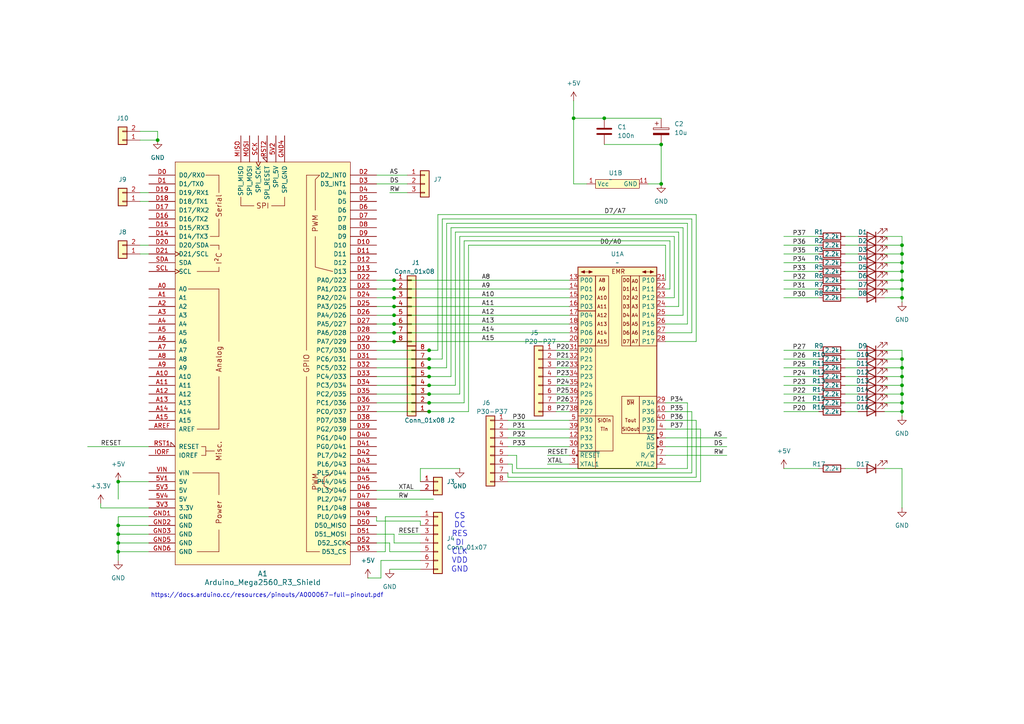
<source format=kicad_sch>
(kicad_sch (version 20231120) (generator "eeschema") (generator_version "8.0")
  (paper "A4")
  (junction (at 114.3 88.9))
  (junction (at 261.62 71.12))
  (junction (at 175.26 34.29))
  (junction (at 191.77 41.91))
  (junction (at 166.37 34.29))
  (junction (at 261.62 83.82))
  (junction (at 34.29 152.4))
  (junction (at 114.3 81.28))
  (junction (at 261.62 111.76))
  (junction (at 124.46 114.3))
  (junction (at 34.29 160.02))
  (junction (at 114.3 93.98))
  (junction (at 191.77 53.34))
  (junction (at 34.29 157.48))
  (junction (at 114.3 83.82))
  (junction (at 124.46 101.6))
  (junction (at 124.46 104.14))
  (junction (at 261.62 109.22))
  (junction (at 114.3 86.36))
  (junction (at 124.46 119.38))
  (junction (at 34.29 139.7))
  (junction (at 124.46 109.22))
  (junction (at 261.62 106.68))
  (junction (at 34.29 154.94))
  (junction (at 261.62 81.28))
  (junction (at 261.62 119.38))
  (junction (at 114.3 96.52))
  (junction (at 114.3 91.44))
  (junction (at 124.46 111.76))
  (junction (at 261.62 78.74))
  (junction (at 45.72 40.64))
  (junction (at 114.3 99.06))
  (junction (at 261.62 76.2))
  (junction (at 261.62 104.14))
  (junction (at 261.62 114.3))
  (junction (at 261.62 73.66))
  (junction (at 124.46 106.68))
  (junction (at 261.62 86.36))
  (junction (at 124.46 116.84))
  (junction (at 261.62 116.84))
  (wire (pts (xy 129.54 64.77) (xy 199.39 64.77)))
  (wire (pts (xy 200.66 96.52) (xy 200.66 63.5)))
  (wire (pts (xy 128.27 63.5) (xy 128.27 104.14)))
  (wire (pts (xy 227.33 111.76) (xy 237.49 111.76)))
  (wire (pts (xy 114.3 93.98) (xy 165.1 93.98)))
  (wire (pts (xy 40.64 38.1) (xy 45.72 38.1)))
  (wire (pts (xy 227.33 86.36) (xy 237.49 86.36)))
  (wire (pts (xy 194.31 83.82) (xy 193.04 83.82)))
  (wire (pts (xy 193.04 121.92) (xy 201.93 121.92)))
  (wire (pts (xy 148.59 134.62) (xy 148.59 137.16)))
  (wire (pts (xy 261.62 114.3) (xy 261.62 116.84)))
  (wire (pts (xy 109.22 96.52) (xy 114.3 96.52)))
  (wire (pts (xy 198.12 66.04) (xy 198.12 91.44)))
  (wire (pts (xy 166.37 34.29) (xy 166.37 53.34)))
  (wire (pts (xy 135.89 71.12) (xy 135.89 119.38)))
  (wire (pts (xy 114.3 86.36) (xy 165.1 86.36)))
  (wire (pts (xy 261.62 78.74) (xy 261.62 81.28)))
  (wire (pts (xy 200.66 63.5) (xy 128.27 63.5)))
  (wire (pts (xy 195.58 68.58) (xy 133.35 68.58)))
  (wire (pts (xy 227.33 135.89) (xy 237.49 135.89)))
  (wire (pts (xy 166.37 29.21) (xy 166.37 34.29)))
  (wire (pts (xy 127 62.23) (xy 201.93 62.23)))
  (wire (pts (xy 227.33 76.2) (xy 237.49 76.2)))
  (wire (pts (xy 227.33 116.84) (xy 237.49 116.84)))
  (wire (pts (xy 158.75 134.62) (xy 165.1 134.62)))
  (wire (pts (xy 245.11 119.38) (xy 248.92 119.38)))
  (wire (pts (xy 161.29 101.6) (xy 165.1 101.6)))
  (wire (pts (xy 201.93 138.43) (xy 147.32 138.43)))
  (wire (pts (xy 124.46 119.38) (xy 109.22 119.38)))
  (wire (pts (xy 34.29 160.02) (xy 43.18 160.02)))
  (wire (pts (xy 245.11 68.58) (xy 248.92 68.58)))
  (wire (pts (xy 129.54 106.68) (xy 129.54 64.77)))
  (wire (pts (xy 256.54 83.82) (xy 261.62 83.82)))
  (wire (pts (xy 245.11 76.2) (xy 248.92 76.2)))
  (wire (pts (xy 175.26 34.29) (xy 191.77 34.29)))
  (wire (pts (xy 43.18 154.94) (xy 34.29 154.94)))
  (wire (pts (xy 256.54 106.68) (xy 261.62 106.68)))
  (wire (pts (xy 200.66 119.38) (xy 193.04 119.38)))
  (wire (pts (xy 193.04 132.08) (xy 210.82 132.08)))
  (wire (pts (xy 201.93 121.92) (xy 201.93 138.43)))
  (wire (pts (xy 256.54 109.22) (xy 261.62 109.22)))
  (wire (pts (xy 124.46 111.76) (xy 132.08 111.76)))
  (wire (pts (xy 199.39 116.84) (xy 199.39 135.89)))
  (wire (pts (xy 161.29 111.76) (xy 165.1 111.76)))
  (wire (pts (xy 261.62 109.22) (xy 261.62 111.76)))
  (wire (pts (xy 245.11 73.66) (xy 248.92 73.66)))
  (wire (pts (xy 193.04 81.28) (xy 193.04 71.12)))
  (wire (pts (xy 161.29 119.38) (xy 165.1 119.38)))
  (wire (pts (xy 111.76 160.02) (xy 111.76 149.86)))
  (wire (pts (xy 227.33 109.22) (xy 237.49 109.22)))
  (wire (pts (xy 147.32 127) (xy 165.1 127)))
  (wire (pts (xy 114.3 81.28) (xy 165.1 81.28)))
  (wire (pts (xy 124.46 101.6) (xy 127 101.6)))
  (wire (pts (xy 121.92 157.48) (xy 114.3 157.48)))
  (wire (pts (xy 203.2 139.7) (xy 147.32 139.7)))
  (wire (pts (xy 109.22 116.84) (xy 124.46 116.84)))
  (wire (pts (xy 132.08 111.76) (xy 132.08 67.31)))
  (wire (pts (xy 261.62 73.66) (xy 261.62 76.2)))
  (wire (pts (xy 113.03 55.88) (xy 118.11 55.88)))
  (wire (pts (xy 34.29 162.56) (xy 34.29 160.02)))
  (wire (pts (xy 256.54 119.38) (xy 261.62 119.38)))
  (wire (pts (xy 106.68 167.64) (xy 110.49 167.64)))
  (wire (pts (xy 193.04 124.46) (xy 203.2 124.46)))
  (wire (pts (xy 109.22 144.78) (xy 125.73 144.78)))
  (wire (pts (xy 199.39 64.77) (xy 199.39 93.98)))
  (wire (pts (xy 109.22 53.34) (xy 118.11 53.34)))
  (wire (pts (xy 227.33 83.82) (xy 237.49 83.82)))
  (wire (pts (xy 40.64 40.64) (xy 45.72 40.64)))
  (wire (pts (xy 261.62 120.65) (xy 261.62 119.38)))
  (wire (pts (xy 130.81 109.22) (xy 130.81 66.04)))
  (wire (pts (xy 34.29 154.94) (xy 34.29 157.48)))
  (wire (pts (xy 124.46 109.22) (xy 130.81 109.22)))
  (wire (pts (xy 256.54 81.28) (xy 261.62 81.28)))
  (wire (pts (xy 113.03 160.02) (xy 121.92 160.02)))
  (wire (pts (xy 149.86 135.89) (xy 149.86 132.08)))
  (wire (pts (xy 147.32 138.43) (xy 147.32 137.16)))
  (wire (pts (xy 193.04 71.12) (xy 135.89 71.12)))
  (wire (pts (xy 261.62 135.89) (xy 256.54 135.89)))
  (wire (pts (xy 227.33 104.14) (xy 237.49 104.14)))
  (wire (pts (xy 121.92 165.1) (xy 113.03 165.1)))
  (wire (pts (xy 40.64 71.12) (xy 43.18 71.12)))
  (wire (pts (xy 245.11 83.82) (xy 248.92 83.82)))
  (wire (pts (xy 256.54 86.36) (xy 261.62 86.36)))
  (wire (pts (xy 161.29 114.3) (xy 165.1 114.3)))
  (wire (pts (xy 43.18 157.48) (xy 34.29 157.48)))
  (wire (pts (xy 245.11 78.74) (xy 248.92 78.74)))
  (wire (pts (xy 227.33 101.6) (xy 237.49 101.6)))
  (wire (pts (xy 109.22 93.98) (xy 114.3 93.98)))
  (wire (pts (xy 256.54 104.14) (xy 261.62 104.14)))
  (wire (pts (xy 114.3 83.82) (xy 165.1 83.82)))
  (wire (pts (xy 134.62 69.85) (xy 194.31 69.85)))
  (wire (pts (xy 261.62 111.76) (xy 261.62 114.3)))
  (wire (pts (xy 110.49 162.56) (xy 121.92 162.56)))
  (wire (pts (xy 34.29 157.48) (xy 34.29 160.02)))
  (wire (pts (xy 245.11 114.3) (xy 248.92 114.3)))
  (wire (pts (xy 161.29 109.22) (xy 165.1 109.22)))
  (wire (pts (xy 198.12 91.44) (xy 193.04 91.44)))
  (wire (pts (xy 121.92 151.13) (xy 121.92 152.4)))
  (wire (pts (xy 109.22 111.76) (xy 124.46 111.76)))
  (wire (pts (xy 245.11 111.76) (xy 248.92 111.76)))
  (wire (pts (xy 34.29 139.7) (xy 34.29 144.78)))
  (wire (pts (xy 227.33 119.38) (xy 237.49 119.38)))
  (wire (pts (xy 261.62 81.28) (xy 261.62 83.82)))
  (wire (pts (xy 109.22 104.14) (xy 124.46 104.14)))
  (wire (pts (xy 193.04 116.84) (xy 199.39 116.84)))
  (wire (pts (xy 261.62 106.68) (xy 261.62 109.22)))
  (wire (pts (xy 227.33 71.12) (xy 237.49 71.12)))
  (wire (pts (xy 109.22 151.13) (xy 121.92 151.13)))
  (wire (pts (xy 34.29 152.4) (xy 34.29 154.94)))
  (wire (pts (xy 161.29 106.68) (xy 165.1 106.68)))
  (wire (pts (xy 124.46 114.3) (xy 109.22 114.3)))
  (wire (pts (xy 29.21 147.32) (xy 29.21 146.05)))
  (wire (pts (xy 166.37 53.34) (xy 170.18 53.34)))
  (wire (pts (xy 109.22 157.48) (xy 113.03 157.48)))
  (wire (pts (xy 261.62 147.32) (xy 261.62 135.89)))
  (wire (pts (xy 115.57 154.94) (xy 121.92 154.94)))
  (wire (pts (xy 201.93 99.06) (xy 193.04 99.06)))
  (wire (pts (xy 261.62 104.14) (xy 261.62 106.68)))
  (wire (pts (xy 114.3 91.44) (xy 165.1 91.44)))
  (wire (pts (xy 161.29 116.84) (xy 165.1 116.84)))
  (wire (pts (xy 200.66 137.16) (xy 200.66 119.38)))
  (wire (pts (xy 148.59 137.16) (xy 200.66 137.16)))
  (wire (pts (xy 109.22 88.9) (xy 114.3 88.9)))
  (wire (pts (xy 124.46 106.68) (xy 129.54 106.68)))
  (wire (pts (xy 109.22 101.6) (xy 124.46 101.6)))
  (wire (pts (xy 227.33 81.28) (xy 237.49 81.28)))
  (wire (pts (xy 245.11 135.89) (xy 248.92 135.89)))
  (wire (pts (xy 114.3 88.9) (xy 165.1 88.9)))
  (wire (pts (xy 196.85 67.31) (xy 196.85 88.9)))
  (wire (pts (xy 132.08 67.31) (xy 196.85 67.31)))
  (wire (pts (xy 196.85 88.9) (xy 193.04 88.9)))
  (wire (pts (xy 256.54 71.12) (xy 261.62 71.12)))
  (wire (pts (xy 193.04 129.54) (xy 210.82 129.54)))
  (wire (pts (xy 256.54 76.2) (xy 261.62 76.2)))
  (wire (pts (xy 256.54 116.84) (xy 261.62 116.84)))
  (wire (pts (xy 109.22 81.28) (xy 114.3 81.28)))
  (wire (pts (xy 193.04 86.36) (xy 195.58 86.36)))
  (wire (pts (xy 227.33 78.74) (xy 237.49 78.74)))
  (wire (pts (xy 109.22 86.36) (xy 114.3 86.36)))
  (wire (pts (xy 199.39 135.89) (xy 149.86 135.89)))
  (wire (pts (xy 124.46 116.84) (xy 134.62 116.84)))
  (wire (pts (xy 161.29 104.14) (xy 165.1 104.14)))
  (wire (pts (xy 158.75 132.08) (xy 165.1 132.08)))
  (wire (pts (xy 109.22 142.24) (xy 121.92 142.24)))
  (wire (pts (xy 193.04 96.52) (xy 200.66 96.52)))
  (wire (pts (xy 261.62 116.84) (xy 261.62 119.38)))
  (wire (pts (xy 109.22 91.44) (xy 114.3 91.44)))
  (wire (pts (xy 43.18 149.86) (xy 34.29 149.86)))
  (wire (pts (xy 199.39 93.98) (xy 193.04 93.98)))
  (wire (pts (xy 261.62 71.12) (xy 261.62 73.66)))
  (wire (pts (xy 133.35 135.89) (xy 121.92 135.89)))
  (wire (pts (xy 175.26 41.91) (xy 191.77 41.91)))
  (wire (pts (xy 114.3 157.48) (xy 114.3 154.94)))
  (wire (pts (xy 109.22 50.8) (xy 118.11 50.8)))
  (wire (pts (xy 227.33 73.66) (xy 237.49 73.66)))
  (wire (pts (xy 114.3 154.94) (xy 109.22 154.94)))
  (wire (pts (xy 227.33 106.68) (xy 237.49 106.68)))
  (wire (pts (xy 133.35 114.3) (xy 124.46 114.3)))
  (wire (pts (xy 109.22 99.06) (xy 114.3 99.06)))
  (wire (pts (xy 45.72 38.1) (xy 45.72 40.64)))
  (wire (pts (xy 245.11 106.68) (xy 248.92 106.68)))
  (wire (pts (xy 245.11 116.84) (xy 248.92 116.84)))
  (wire (pts (xy 147.32 121.92) (xy 165.1 121.92)))
  (wire (pts (xy 147.32 134.62) (xy 148.59 134.62)))
  (wire (pts (xy 261.62 68.58) (xy 261.62 71.12)))
  (wire (pts (xy 130.81 66.04) (xy 198.12 66.04)))
  (wire (pts (xy 245.11 101.6) (xy 248.92 101.6)))
  (wire (pts (xy 149.86 132.08) (xy 147.32 132.08)))
  (wire (pts (xy 256.54 114.3) (xy 261.62 114.3)))
  (wire (pts (xy 113.03 157.48) (xy 113.03 160.02)))
  (wire (pts (xy 245.11 81.28) (xy 248.92 81.28)))
  (wire (pts (xy 187.96 53.34) (xy 191.77 53.34)))
  (wire (pts (xy 34.29 139.7) (xy 43.18 139.7)))
  (wire (pts (xy 109.22 109.22) (xy 124.46 109.22)))
  (wire (pts (xy 256.54 73.66) (xy 261.62 73.66)))
  (wire (pts (xy 40.64 55.88) (xy 43.18 55.88)))
  (wire (pts (xy 111.76 149.86) (xy 121.92 149.86)))
  (wire (pts (xy 109.22 83.82) (xy 114.3 83.82)))
  (wire (pts (xy 166.37 34.29) (xy 175.26 34.29)))
  (wire (pts (xy 40.64 58.42) (xy 43.18 58.42)))
  (wire (pts (xy 25.4 129.54) (xy 43.18 129.54)))
  (wire (pts (xy 261.62 76.2) (xy 261.62 78.74)))
  (wire (pts (xy 127 101.6) (xy 127 62.23)))
  (wire (pts (xy 135.89 119.38) (xy 124.46 119.38)))
  (wire (pts (xy 245.11 109.22) (xy 248.92 109.22)))
  (wire (pts (xy 43.18 152.4) (xy 34.29 152.4)))
  (wire (pts (xy 203.2 124.46) (xy 203.2 139.7)))
  (wire (pts (xy 245.11 104.14) (xy 248.92 104.14)))
  (wire (pts (xy 134.62 116.84) (xy 134.62 69.85)))
  (wire (pts (xy 133.35 68.58) (xy 133.35 114.3)))
  (wire (pts (xy 124.46 104.14) (xy 128.27 104.14)))
  (wire (pts (xy 245.11 71.12) (xy 248.92 71.12)))
  (wire (pts (xy 34.29 149.86) (xy 34.29 152.4)))
  (wire (pts (xy 195.58 86.36) (xy 195.58 68.58)))
  (wire (pts (xy 261.62 83.82) (xy 261.62 86.36)))
  (wire (pts (xy 109.22 149.86) (xy 109.22 151.13)))
  (wire (pts (xy 147.32 124.46) (xy 165.1 124.46)))
  (wire (pts (xy 261.62 101.6) (xy 261.62 104.14)))
  (wire (pts (xy 256.54 101.6) (xy 261.62 101.6)))
  (wire (pts (xy 193.04 127) (xy 210.82 127)))
  (wire (pts (xy 256.54 78.74) (xy 261.62 78.74)))
  (wire (pts (xy 261.62 87.63) (xy 261.62 86.36)))
  (wire (pts (xy 194.31 69.85) (xy 194.31 83.82)))
  (wire (pts (xy 227.33 114.3) (xy 237.49 114.3)))
  (wire (pts (xy 147.32 129.54) (xy 165.1 129.54)))
  (wire (pts (xy 43.18 147.32) (xy 29.21 147.32)))
  (wire (pts (xy 110.49 167.64) (xy 110.49 162.56)))
  (wire (pts (xy 191.77 41.91) (xy 191.77 53.34)))
  (wire (pts (xy 109.22 160.02) (xy 111.76 160.02)))
  (wire (pts (xy 256.54 68.58) (xy 261.62 68.58)))
  (wire (pts (xy 201.93 62.23) (xy 201.93 99.06)))
  (wire (pts (xy 109.22 106.68) (xy 124.46 106.68)))
  (wire (pts (xy 40.64 73.66) (xy 43.18 73.66)))
  (wire (pts (xy 114.3 99.06) (xy 165.1 99.06)))
  (wire (pts (xy 245.11 86.36) (xy 248.92 86.36)))
  (wire (pts (xy 114.3 96.52) (xy 165.1 96.52)))
  (wire (pts (xy 227.33 68.58) (xy 237.49 68.58)))
  (wire (pts (xy 121.92 135.89) (xy 121.92 139.7)))
  (wire (pts (xy 256.54 111.76) (xy 261.62 111.76)))
  (text "https://docs.arduino.cc/resources/pinouts/A000067-full-pinout.pdf" (at 77.47 172.72 0) (effects (font (size 1.27 1.27))))
  (text "CS\nDC\nRES\nDI\nCLK\nVDD\nGND" (at 133.35 157.48 0) (effects (font (size 1.6 1.6))))
  (label "A13" (at 139.7 93.98 0))
  (label "P30" (at 229.87 86.36 0))
  (label "A8" (at 139.7 81.28 0))
  (label "P33" (at 229.87 78.74 0))
  (label "DS" (at 113.03 53.34 0))
  (label "RW" (at 113.03 55.88 0))
  (label "A10" (at 139.7 86.36 0))
  (label "P23" (at 161.29 109.22 0))
  (label "P34" (at 229.87 76.2 0))
  (label "P21" (at 229.87 116.84 0))
  (label "P31" (at 229.87 83.82 0))
  (label "RESET" (at 158.75 132.08 0))
  (label "P36" (at 229.87 71.12 0))
  (label "P32" (at 148.59 127 0))
  (label "P25" (at 161.29 114.3 0))
  (label "P37" (at 229.87 68.58 0))
  (label "RESET" (at 29.21 129.54 0))
  (label "P26" (at 229.87 104.14 0))
  (label "RW" (at 207.01 132.08 0))
  (label "P20" (at 161.29 101.6 0))
  (label "P25" (at 229.87 106.68 0))
  (label "P27" (at 161.29 119.38 0))
  (label "P32" (at 229.87 81.28 0))
  (label "P36" (at 194.31 121.92 0))
  (label "P30" (at 148.59 121.92 0))
  (label "P22" (at 161.29 106.68 0))
  (label "P20" (at 229.87 119.38 0))
  (label "P35" (at 194.31 119.38 0))
  (label "XTAL" (at 115.57 142.24 0))
  (label "D0{slash}A0" (at 173.99 71.12 0))
  (label "A11" (at 139.7 88.9 0))
  (label "P24" (at 161.29 111.76 0))
  (label "A14" (at 139.7 96.52 0))
  (label "P37" (at 194.31 124.46 0))
  (label "P31" (at 148.59 124.46 0))
  (label "P21" (at 161.29 104.14 0))
  (label "P35" (at 229.87 73.66 0))
  (label "XTAL" (at 158.75 134.62 0))
  (label "P26" (at 161.29 116.84 0))
  (label "P27" (at 229.87 101.6 0))
  (label "DS" (at 207.01 129.54 0))
  (label "P33" (at 148.59 129.54 0))
  (label "P22" (at 229.87 114.3 0))
  (label "AS" (at 113.03 50.8 0))
  (label "AS" (at 207.01 127 0))
  (label "A12" (at 139.7 91.44 0))
  (label "P23" (at 229.87 111.76 0))
  (label "A15" (at 139.7 99.06 0))
  (label "D7{slash}A7" (at 175.26 62.23 0))
  (label "P24" (at 229.87 109.22 0))
  (label "RW" (at 115.57 144.78 0))
  (label "P34" (at 194.31 116.84 0))
  (label "RESET" (at 115.57 154.94 0))
  (label "A9" (at 139.7 83.82 0))
  (symbol (lib_id "Connector_Generic:Conn_01x03") (at 123.19 53.34 0) (unit 1)
    (property "Reference" "J7" (at 125.73 52.0699 0) (effects (justify left)))
    (property "Value" "Conn_01x03" (effects (hide yes)))
    (property "Footprint" "Connector_PinHeader_2.54mm:PinHeader_1x03_P2.54mm_Vertical" (effects (hide yes)))
    (property "Description" "Generic connector, single row, 01x03, script generated (kicad-library-utils/schlib/autogen/connector/)" (effects (hide yes)))
  )
  (symbol (lib_id "Device:LED") (at 252.73 135.89 180) (unit 1)
    (property "Reference" "D17" (at 250.19 134.62 0))
    (property "Value" "LED" (effects (hide yes)))
    (property "Footprint" "LED_SMD:LED_0603_1608Metric_Pad1.05x0.95mm_HandSolder" (effects (hide yes)))
    (property "Description" "Light emitting diode" (effects (hide yes)))
  )
  (symbol (lib_id "Connector_Generic:Conn_01x02") (at 35.56 73.66 180) (unit 1)
    (property "Reference" "J8" (at 35.56 67.31 0))
    (property "Value" "Conn_01x02" (effects (hide yes)))
    (property "Footprint" "Connector_PinSocket_2.54mm:PinSocket_1x02_P2.54mm_Vertical" (effects (hide yes)))
    (property "Description" "Generic connector, single row, 01x02, script generated (kicad-library-utils/schlib/autogen/connector/)" (effects (hide yes)))
  )
  (symbol (lib_id "Device:R") (at 241.3 109.22 90) (unit 1)
    (property "Reference" "R12" (at 237.49 107.95 90))
    (property "Value" "2.2k" (at 241.3 109.22 90))
    (property "Footprint" "Resistor_SMD:R_0603_1608Metric_Pad0.98x0.95mm_HandSolder" (effects (hide yes)))
    (property "Description" "Resistor" (effects (hide yes)))
  )
  (symbol (lib_id "Connector_Generic:Conn_01x07") (at 127 157.48 0) (unit 1)
    (property "Reference" "J4" (at 129.54 156.2099 0) (effects (justify left)))
    (property "Value" "Conn_01x07" (at 129.54 158.7499 0) (effects (justify left)))
    (property "Footprint" "Connector_PinHeader_2.54mm:PinHeader_1x07_P2.54mm_Vertical" (effects (hide yes)))
    (property "Description" "Generic connector, single row, 01x07, script generated (kicad-library-utils/schlib/autogen/connector/)" (effects (hide yes)))
  )
  (symbol (lib_id "RetroCompJUTEr:UB8830") (at 179.07 106.68 0) (unit 1)
    (property "Reference" "U1" (at 179.07 73.66 0))
    (property "Value" "~" (at 179.07 76.2 0))
    (property "Footprint" "Package_DIP:DIP-40_W15.24mm" (effects (hide yes)))
  )
  (symbol (lib_id "Device:LED") (at 252.73 83.82 180) (unit 1)
    (property "Reference" "D7" (at 250.19 82.55 0))
    (property "Value" "LED" (effects (hide yes)))
    (property "Footprint" "LED_SMD:LED_0603_1608Metric_Pad1.05x0.95mm_HandSolder" (effects (hide yes)))
    (property "Description" "Light emitting diode" (effects (hide yes)))
  )
  (symbol (lib_id "Device:R") (at 241.3 76.2 90) (unit 1)
    (property "Reference" "R4" (at 237.49 74.93 90))
    (property "Value" "2.2k" (at 241.3 76.2 90))
    (property "Footprint" "Resistor_SMD:R_0603_1608Metric_Pad0.98x0.95mm_HandSolder" (effects (hide yes)))
    (property "Description" "Resistor" (effects (hide yes)))
  )
  (symbol (lib_id "Device:C_Polarized") (at 191.77 38.1 0) (unit 1)
    (property "Reference" "C2" (at 195.58 35.9409 0) (effects (justify left)))
    (property "Value" "10u" (at 195.58 38.4809 0) (effects (justify left)))
    (property "Footprint" "Capacitor_Tantalum_SMD:CP_EIA-2012-15_AVX-P_Pad1.30x1.05mm_HandSolder" (effects (hide yes)))
    (property "Description" "Polarized capacitor" (effects (hide yes)))
  )
  (symbol (lib_id "power:+5V") (at 106.68 167.64 0) (unit 1)
    (property "Reference" "#PWR08" (effects (hide yes)))
    (property "Value" "+5V" (at 106.68 162.56 0))
    (property "Description" "Power symbol creates a global label with name \"+5V\"" (effects (hide yes)))
  )
  (symbol (lib_id "power:+5V") (at 34.29 139.7 0) (unit 1)
    (property "Reference" "#PWR04" (effects (hide yes)))
    (property "Value" "+5V" (at 34.29 134.62 0))
    (property "Description" "Power symbol creates a global label with name \"+5V\"" (effects (hide yes)))
  )
  (symbol (lib_id "Device:LED") (at 252.73 114.3 180) (unit 1)
    (property "Reference" "D14" (at 250.19 113.03 0))
    (property "Value" "LED" (effects (hide yes)))
    (property "Footprint" "LED_SMD:LED_0603_1608Metric_Pad1.05x0.95mm_HandSolder" (effects (hide yes)))
    (property "Description" "Light emitting diode" (effects (hide yes)))
  )
  (symbol (lib_id "Device:R") (at 241.3 135.89 90) (unit 1)
    (property "Reference" "R17" (at 237.49 134.62 90))
    (property "Value" "2.2k" (at 241.3 135.89 90))
    (property "Footprint" "Resistor_SMD:R_0603_1608Metric_Pad0.98x0.95mm_HandSolder" (effects (hide yes)))
    (property "Description" "Resistor" (effects (hide yes)))
  )
  (symbol (lib_id "Device:R") (at 241.3 104.14 90) (unit 1)
    (property "Reference" "R10" (at 237.49 102.87 90))
    (property "Value" "2.2k" (at 241.3 104.14 90))
    (property "Footprint" "Resistor_SMD:R_0603_1608Metric_Pad0.98x0.95mm_HandSolder" (effects (hide yes)))
    (property "Description" "Resistor" (effects (hide yes)))
  )
  (symbol (lib_id "Device:LED") (at 252.73 106.68 180) (unit 1)
    (property "Reference" "D11" (at 250.19 105.41 0))
    (property "Value" "LED" (effects (hide yes)))
    (property "Footprint" "LED_SMD:LED_0603_1608Metric_Pad1.05x0.95mm_HandSolder" (effects (hide yes)))
    (property "Description" "Light emitting diode" (effects (hide yes)))
  )
  (symbol (lib_id "power:GND") (at 133.35 135.89 0) (unit 1)
    (property "Reference" "#PWR010" (effects (hide yes)))
    (property "Value" "GND" (at 133.35 140.97 0))
    (property "Description" "Power symbol creates a global label with name \"GND\" , ground" (effects (hide yes)))
  )
  (symbol (lib_id "Device:LED") (at 252.73 109.22 180) (unit 1)
    (property "Reference" "D12" (at 250.19 107.95 0))
    (property "Value" "LED" (effects (hide yes)))
    (property "Footprint" "LED_SMD:LED_0603_1608Metric_Pad1.05x0.95mm_HandSolder" (effects (hide yes)))
    (property "Description" "Light emitting diode" (effects (hide yes)))
  )
  (symbol (lib_id "PCM_arduino-library:Arduino_Mega2560_R3_Shield") (at 76.2 105.41 0) (unit 1)
    (property "Reference" "A1" (at 76.2 166.37 0) (effects (font (size 1.524 1.524))))
    (property "Value" "Arduino_Mega2560_R3_Shield" (at 76.2 168.91 0) (effects (font (size 1.524 1.524))))
    (property "Footprint" "PCM_arduino-library:Arduino_Mega2560_R3_Shield" (effects (hide yes)))
    (property "Datasheet" "https://docs.arduino.cc/hardware/mega-2560" (effects (hide yes)))
    (property "Description" "Shield for Arduino Mega 2560 R3" (effects (hide yes)))
  )
  (symbol (lib_id "power:GND") (at 261.62 87.63 0) (unit 1)
    (property "Reference" "#PWR01" (effects (hide yes)))
    (property "Value" "GND" (at 261.62 92.71 0))
    (property "Description" "Power symbol creates a global label with name \"GND\" , ground" (effects (hide yes)))
  )
  (symbol (lib_id "Device:LED") (at 252.73 86.36 180) (unit 1)
    (property "Reference" "D8" (at 250.19 85.09 0))
    (property "Value" "LED" (effects (hide yes)))
    (property "Footprint" "LED_SMD:LED_0603_1608Metric_Pad1.05x0.95mm_HandSolder" (effects (hide yes)))
    (property "Description" "Light emitting diode" (effects (hide yes)))
  )
  (symbol (lib_id "Connector_Generic:Conn_01x02") (at 35.56 58.42 180) (unit 1)
    (property "Reference" "J9" (at 35.56 52.07 0))
    (property "Value" "Conn_01x02" (effects (hide yes)))
    (property "Footprint" "Connector_PinSocket_2.54mm:PinSocket_1x02_P2.54mm_Vertical" (effects (hide yes)))
    (property "Description" "Generic connector, single row, 01x02, script generated (kicad-library-utils/schlib/autogen/connector/)" (effects (hide yes)))
  )
  (symbol (lib_id "Device:LED") (at 252.73 81.28 180) (unit 1)
    (property "Reference" "D6" (at 250.19 80.01 0))
    (property "Value" "LED" (effects (hide yes)))
    (property "Footprint" "LED_SMD:LED_0603_1608Metric_Pad1.05x0.95mm_HandSolder" (effects (hide yes)))
    (property "Description" "Light emitting diode" (effects (hide yes)))
  )
  (symbol (lib_name "UB8830_1") (lib_id "RetroCompJUTEr:UB8830") (at 173.99 50.8 0) (unit 2)
    (property "Reference" "U1" (at 176.53 50.1649 0) (effects (justify left)))
    (property "Value" "~" (at 176.53 52.07 0) (effects (justify left)))
    (property "Footprint" "Package_DIP:DIP-40_W15.24mm" (effects (hide yes)))
  )
  (symbol (lib_id "Connector_Generic:Conn_01x08") (at 156.21 109.22 0) (mirror y) (unit 1)
    (property "Reference" "J5" (at 156.21 96.52 0) (effects (justify left)))
    (property "Value" "P20-P27" (at 161.29 99.06 0) (effects (justify left)))
    (property "Footprint" "Connector_PinHeader_2.54mm:PinHeader_1x08_P2.54mm_Vertical" (effects (hide yes)))
    (property "Description" "Generic connector, single row, 01x08, script generated (kicad-library-utils/schlib/autogen/connector/)" (effects (hide yes)))
  )
  (symbol (lib_id "power:GND") (at 34.29 162.56 0) (unit 1)
    (property "Reference" "#PWR05" (effects (hide yes)))
    (property "Value" "GND" (at 34.29 167.64 0))
    (property "Description" "Power symbol creates a global label with name \"GND\" , ground" (effects (hide yes)))
  )
  (symbol (lib_id "Connector_Generic:Conn_01x08") (at 142.24 129.54 0) (mirror y) (unit 1)
    (property "Reference" "J6" (at 142.24 116.84 0) (effects (justify left)))
    (property "Value" "P30-P37" (at 147.32 119.38 0) (effects (justify left)))
    (property "Footprint" "Connector_PinHeader_2.54mm:PinHeader_1x08_P2.54mm_Vertical" (effects (hide yes)))
    (property "Description" "Generic connector, single row, 01x08, script generated (kicad-library-utils/schlib/autogen/connector/)" (effects (hide yes)))
  )
  (symbol (lib_id "Device:LED") (at 252.73 78.74 180) (unit 1)
    (property "Reference" "D5" (at 250.19 77.47 0))
    (property "Value" "LED" (effects (hide yes)))
    (property "Footprint" "LED_SMD:LED_0603_1608Metric_Pad1.05x0.95mm_HandSolder" (effects (hide yes)))
    (property "Description" "Light emitting diode" (effects (hide yes)))
  )
  (symbol (lib_id "power:GND") (at 261.62 120.65 0) (unit 1)
    (property "Reference" "#PWR09" (effects (hide yes)))
    (property "Value" "GND" (at 261.62 125.73 0))
    (property "Description" "Power symbol creates a global label with name \"GND\" , ground" (effects (hide yes)))
  )
  (symbol (lib_id "Device:LED") (at 252.73 68.58 180) (unit 1)
    (property "Reference" "D1" (at 250.19 67.31 0))
    (property "Value" "LED" (effects (hide yes)))
    (property "Footprint" "LED_SMD:LED_0603_1608Metric_Pad1.05x0.95mm_HandSolder" (effects (hide yes)))
    (property "Description" "Light emitting diode" (effects (hide yes)))
  )
  (symbol (lib_id "Device:R") (at 241.3 73.66 90) (unit 1)
    (property "Reference" "R3" (at 237.49 72.39 90))
    (property "Value" "2.2k" (at 241.3 73.66 90))
    (property "Footprint" "Resistor_SMD:R_0603_1608Metric_Pad0.98x0.95mm_HandSolder" (effects (hide yes)))
    (property "Description" "Resistor" (effects (hide yes)))
  )
  (symbol (lib_id "Device:R") (at 241.3 101.6 90) (unit 1)
    (property "Reference" "R9" (at 237.49 100.33 90))
    (property "Value" "2.2k" (at 241.3 101.6 90))
    (property "Footprint" "Resistor_SMD:R_0603_1608Metric_Pad0.98x0.95mm_HandSolder" (effects (hide yes)))
    (property "Description" "Resistor" (effects (hide yes)))
  )
  (symbol (lib_id "Device:R") (at 241.3 116.84 90) (unit 1)
    (property "Reference" "R15" (at 237.49 115.57 90))
    (property "Value" "2.2k" (at 241.3 116.84 90))
    (property "Footprint" "Resistor_SMD:R_0603_1608Metric_Pad0.98x0.95mm_HandSolder" (effects (hide yes)))
    (property "Description" "Resistor" (effects (hide yes)))
  )
  (symbol (lib_id "Device:R") (at 241.3 71.12 90) (unit 1)
    (property "Reference" "R2" (at 237.49 69.85 90))
    (property "Value" "2.2k" (at 241.3 71.12 90))
    (property "Footprint" "Resistor_SMD:R_0603_1608Metric_Pad0.98x0.95mm_HandSolder" (effects (hide yes)))
    (property "Description" "Resistor" (effects (hide yes)))
  )
  (symbol (lib_id "Connector_Generic:Conn_01x02") (at 35.56 40.64 180) (unit 1)
    (property "Reference" "J10" (at 35.56 34.29 0))
    (property "Value" "Conn_01x02" (effects (hide yes)))
    (property "Footprint" "Connector_PinSocket_2.54mm:PinSocket_1x02_P2.54mm_Vertical" (effects (hide yes)))
    (property "Description" "Generic connector, single row, 01x02, script generated (kicad-library-utils/schlib/autogen/connector/)" (effects (hide yes)))
  )
  (symbol (lib_id "Device:R") (at 241.3 68.58 90) (unit 1)
    (property "Reference" "R1" (at 237.49 67.31 90))
    (property "Value" "2.2k" (at 241.3 68.58 90))
    (property "Footprint" "Resistor_SMD:R_0603_1608Metric_Pad0.98x0.95mm_HandSolder" (effects (hide yes)))
    (property "Description" "Resistor" (effects (hide yes)))
  )
  (symbol (lib_id "Device:R") (at 241.3 119.38 90) (unit 1)
    (property "Reference" "R16" (at 237.49 118.11 90))
    (property "Value" "2.2k" (at 241.3 119.38 90))
    (property "Footprint" "Resistor_SMD:R_0603_1608Metric_Pad0.98x0.95mm_HandSolder" (effects (hide yes)))
    (property "Description" "Resistor" (effects (hide yes)))
  )
  (symbol (lib_id "power:GND") (at 261.62 147.32 0) (unit 1)
    (property "Reference" "#PWR012" (effects (hide yes)))
    (property "Value" "GND" (at 261.62 152.4 0))
    (property "Description" "Power symbol creates a global label with name \"GND\" , ground" (effects (hide yes)))
  )
  (symbol (lib_id "Device:LED") (at 252.73 73.66 180) (unit 1)
    (property "Reference" "D3" (at 250.19 72.39 0))
    (property "Value" "LED" (effects (hide yes)))
    (property "Footprint" "LED_SMD:LED_0603_1608Metric_Pad1.05x0.95mm_HandSolder" (effects (hide yes)))
    (property "Description" "Light emitting diode" (effects (hide yes)))
  )
  (symbol (lib_id "Device:R") (at 241.3 86.36 90) (unit 1)
    (property "Reference" "R8" (at 237.49 85.09 90))
    (property "Value" "2.2k" (at 241.3 86.36 90))
    (property "Footprint" "Resistor_SMD:R_0603_1608Metric_Pad0.98x0.95mm_HandSolder" (effects (hide yes)))
    (property "Description" "Resistor" (effects (hide yes)))
  )
  (symbol (lib_id "Device:LED") (at 252.73 116.84 180) (unit 1)
    (property "Reference" "D15" (at 250.19 115.57 0))
    (property "Value" "LED" (effects (hide yes)))
    (property "Footprint" "LED_SMD:LED_0603_1608Metric_Pad1.05x0.95mm_HandSolder" (effects (hide yes)))
    (property "Description" "Light emitting diode" (effects (hide yes)))
  )
  (symbol (lib_id "Device:LED") (at 252.73 119.38 180) (unit 1)
    (property "Reference" "D16" (at 250.19 118.11 0))
    (property "Value" "LED" (effects (hide yes)))
    (property "Footprint" "LED_SMD:LED_0603_1608Metric_Pad1.05x0.95mm_HandSolder" (effects (hide yes)))
    (property "Description" "Light emitting diode" (effects (hide yes)))
  )
  (symbol (lib_id "Device:LED") (at 252.73 111.76 180) (unit 1)
    (property "Reference" "D13" (at 250.19 110.49 0))
    (property "Value" "LED" (effects (hide yes)))
    (property "Footprint" "LED_SMD:LED_0603_1608Metric_Pad1.05x0.95mm_HandSolder" (effects (hide yes)))
    (property "Description" "Light emitting diode" (effects (hide yes)))
  )
  (symbol (lib_id "Device:R") (at 241.3 83.82 90) (unit 1)
    (property "Reference" "R7" (at 237.49 82.55 90))
    (property "Value" "2.2k" (at 241.3 83.82 90))
    (property "Footprint" "Resistor_SMD:R_0603_1608Metric_Pad0.98x0.95mm_HandSolder" (effects (hide yes)))
    (property "Description" "Resistor" (effects (hide yes)))
  )
  (symbol (lib_id "power:+5V") (at 166.37 29.21 0) (unit 1)
    (property "Reference" "#PWR03" (effects (hide yes)))
    (property "Value" "+5V" (at 166.37 24.13 0))
    (property "Description" "Power symbol creates a global label with name \"+5V\"" (effects (hide yes)))
  )
  (symbol (lib_id "Device:LED") (at 252.73 71.12 180) (unit 1)
    (property "Reference" "D2" (at 250.19 69.85 0))
    (property "Value" "LED" (effects (hide yes)))
    (property "Footprint" "LED_SMD:LED_0603_1608Metric_Pad1.05x0.95mm_HandSolder" (effects (hide yes)))
    (property "Description" "Light emitting diode" (effects (hide yes)))
  )
  (symbol (lib_id "Device:LED") (at 252.73 101.6 180) (unit 1)
    (property "Reference" "D9" (at 250.19 100.33 0))
    (property "Value" "LED" (effects (hide yes)))
    (property "Footprint" "LED_SMD:LED_0603_1608Metric_Pad1.05x0.95mm_HandSolder" (effects (hide yes)))
    (property "Description" "Light emitting diode" (effects (hide yes)))
  )
  (symbol (lib_id "Connector_Generic:Conn_01x02") (at 127 139.7 0) (unit 1)
    (property "Reference" "J3" (at 129.54 139.6999 0) (effects (justify left)))
    (property "Value" "Conn_01x02" (effects (hide yes)))
    (property "Footprint" "Connector_PinSocket_2.54mm:PinSocket_1x02_P2.54mm_Vertical" (effects (hide yes)))
    (property "Description" "Generic connector, single row, 01x02, script generated (kicad-library-utils/schlib/autogen/connector/)" (effects (hide yes)))
  )
  (symbol (lib_id "Device:LED") (at 252.73 104.14 180) (unit 1)
    (property "Reference" "D10" (at 250.19 102.87 0))
    (property "Value" "LED" (effects (hide yes)))
    (property "Footprint" "LED_SMD:LED_0603_1608Metric_Pad1.05x0.95mm_HandSolder" (effects (hide yes)))
    (property "Description" "Light emitting diode" (effects (hide yes)))
  )
  (symbol (lib_id "Device:LED") (at 252.73 76.2 180) (unit 1)
    (property "Reference" "D4" (at 250.19 74.93 0))
    (property "Value" "LED" (effects (hide yes)))
    (property "Footprint" "LED_SMD:LED_0603_1608Metric_Pad1.05x0.95mm_HandSolder" (effects (hide yes)))
    (property "Description" "Light emitting diode" (effects (hide yes)))
  )
  (symbol (lib_id "Connector_Generic:Conn_01x08") (at 119.38 88.9 0) (unit 1)
    (property "Reference" "J1" (at 119.38 76.2 0) (effects (justify left)))
    (property "Value" "Conn_01x08" (at 114.3 78.74 0) (effects (justify left)))
    (property "Footprint" "Connector_PinHeader_2.54mm:PinHeader_1x08_P2.54mm_Vertical" (effects (hide yes)))
    (property "Description" "Generic connector, single row, 01x08, script generated (kicad-library-utils/schlib/autogen/connector/)" (effects (hide yes)))
  )
  (symbol (lib_id "Device:R") (at 241.3 78.74 90) (unit 1)
    (property "Reference" "R5" (at 237.49 77.47 90))
    (property "Value" "2.2k" (at 241.3 78.74 90))
    (property "Footprint" "Resistor_SMD:R_0603_1608Metric_Pad0.98x0.95mm_HandSolder" (effects (hide yes)))
    (property "Description" "Resistor" (effects (hide yes)))
  )
  (symbol (lib_id "Device:R") (at 241.3 106.68 90) (unit 1)
    (property "Reference" "R11" (at 237.49 105.41 90))
    (property "Value" "2.2k" (at 241.3 106.68 90))
    (property "Footprint" "Resistor_SMD:R_0603_1608Metric_Pad0.98x0.95mm_HandSolder" (effects (hide yes)))
    (property "Description" "Resistor" (effects (hide yes)))
  )
  (symbol (lib_id "Device:R") (at 241.3 81.28 90) (unit 1)
    (property "Reference" "R6" (at 237.49 80.01 90))
    (property "Value" "2.2k" (at 241.3 81.28 90))
    (property "Footprint" "Resistor_SMD:R_0603_1608Metric_Pad0.98x0.95mm_HandSolder" (effects (hide yes)))
    (property "Description" "Resistor" (effects (hide yes)))
  )
  (symbol (lib_id "power:+5V") (at 227.33 135.89 0) (unit 1)
    (property "Reference" "#PWR013" (effects (hide yes)))
    (property "Value" "+5V" (at 227.33 130.81 0))
    (property "Description" "Power symbol creates a global label with name \"+5V\"" (effects (hide yes)))
  )
  (symbol (lib_id "Device:R") (at 241.3 114.3 90) (unit 1)
    (property "Reference" "R14" (at 237.49 113.03 90))
    (property "Value" "2.2k" (at 241.3 114.3 90))
    (property "Footprint" "Resistor_SMD:R_0603_1608Metric_Pad0.98x0.95mm_HandSolder" (effects (hide yes)))
    (property "Description" "Resistor" (effects (hide yes)))
  )
  (symbol (lib_id "power:+3.3V") (at 29.21 146.05 0) (unit 1)
    (property "Reference" "#PWR06" (effects (hide yes)))
    (property "Value" "+3.3V" (at 29.21 140.97 0))
    (property "Description" "Power symbol creates a global label with name \"+3.3V\"" (effects (hide yes)))
  )
  (symbol (lib_id "power:GND") (at 45.72 40.64 0) (unit 1)
    (property "Reference" "#PWR011" (effects (hide yes)))
    (property "Value" "GND" (at 45.72 45.72 0))
    (property "Description" "Power symbol creates a global label with name \"GND\" , ground" (effects (hide yes)))
  )
  (symbol (lib_id "Connector_Generic:Conn_01x08") (at 119.38 111.76 180) (unit 1)
    (property "Reference" "J2" (at 130.81 121.92 0))
    (property "Value" "Conn_01x08" (at 123.19 121.92 0))
    (property "Footprint" "Connector_PinHeader_2.54mm:PinHeader_1x08_P2.54mm_Vertical" (effects (hide yes)))
    (property "Description" "Generic connector, single row, 01x08, script generated (kicad-library-utils/schlib/autogen/connector/)" (effects (hide yes)))
  )
  (symbol (lib_id "power:GND") (at 113.03 165.1 0) (unit 1)
    (property "Reference" "#PWR07" (effects (hide yes)))
    (property "Value" "GND" (at 113.03 170.18 0))
    (property "Description" "Power symbol creates a global label with name \"GND\" , ground" (effects (hide yes)))
  )
  (symbol (lib_id "power:GND") (at 191.77 53.34 0) (unit 1)
    (property "Reference" "#PWR02" (effects (hide yes)))
    (property "Value" "GND" (at 191.77 58.42 0))
    (property "Description" "Power symbol creates a global label with name \"GND\" , ground" (effects (hide yes)))
  )
  (symbol (lib_id "Device:R") (at 241.3 111.76 90) (unit 1)
    (property "Reference" "R13" (at 237.49 110.49 90))
    (property "Value" "2.2k" (at 241.3 111.76 90))
    (property "Footprint" "Resistor_SMD:R_0603_1608Metric_Pad0.98x0.95mm_HandSolder" (effects (hide yes)))
    (property "Description" "Resistor" (effects (hide yes)))
  )
  (symbol (lib_id "Device:C") (at 175.26 38.1 0) (unit 1)
    (property "Reference" "C1" (at 179.07 36.8299 0) (effects (justify left)))
    (property "Value" "100n" (at 179.07 39.3699 0) (effects (justify left)))
    (property "Footprint" "Capacitor_SMD:C_0603_1608Metric_Pad1.08x0.95mm_HandSolder" (effects (hide yes)))
    (property "Description" "Unpolarized capacitor" (effects (hide yes)))
  )
)
</source>
